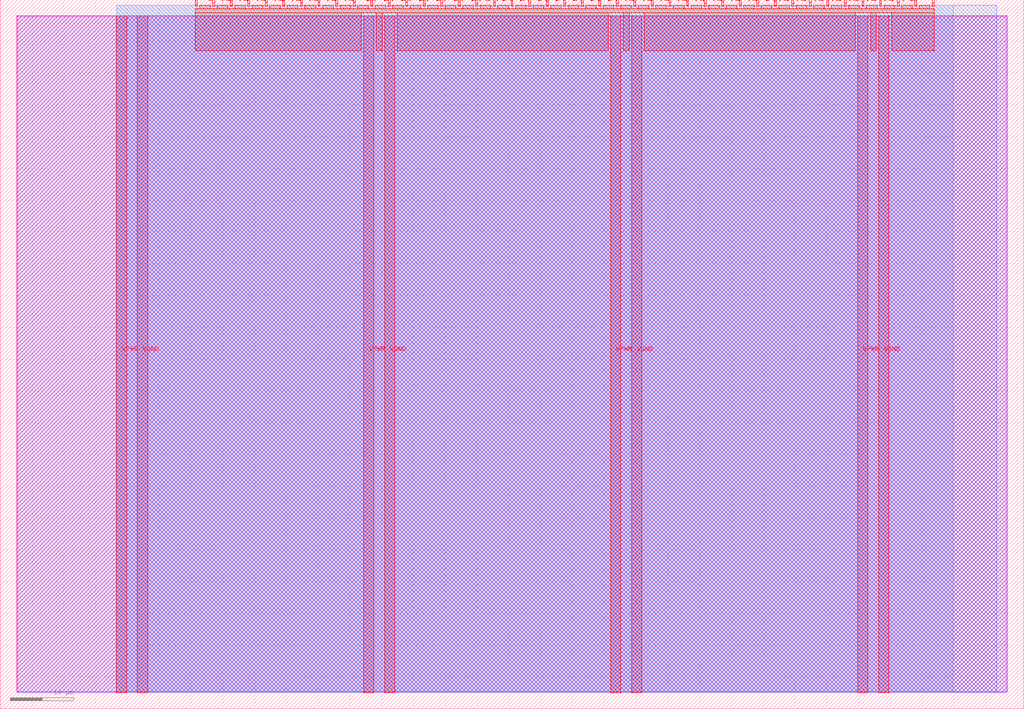
<source format=lef>
VERSION 5.7 ;
  NOWIREEXTENSIONATPIN ON ;
  DIVIDERCHAR "/" ;
  BUSBITCHARS "[]" ;
MACRO tt_um_serdes
  CLASS BLOCK ;
  FOREIGN tt_um_serdes ;
  ORIGIN 0.000 0.000 ;
  SIZE 161.000 BY 111.520 ;
  PIN VGND
    DIRECTION INOUT ;
    USE GROUND ;
    PORT
      LAYER met4 ;
        RECT 21.580 2.480 23.180 109.040 ;
    END
    PORT
      LAYER met4 ;
        RECT 60.450 2.480 62.050 109.040 ;
    END
    PORT
      LAYER met4 ;
        RECT 99.320 2.480 100.920 109.040 ;
    END
    PORT
      LAYER met4 ;
        RECT 138.190 2.480 139.790 109.040 ;
    END
  END VGND
  PIN VPWR
    DIRECTION INOUT ;
    USE POWER ;
    PORT
      LAYER met4 ;
        RECT 18.280 2.480 19.880 109.040 ;
    END
    PORT
      LAYER met4 ;
        RECT 57.150 2.480 58.750 109.040 ;
    END
    PORT
      LAYER met4 ;
        RECT 96.020 2.480 97.620 109.040 ;
    END
    PORT
      LAYER met4 ;
        RECT 134.890 2.480 136.490 109.040 ;
    END
  END VPWR
  PIN clk
    DIRECTION INPUT ;
    USE SIGNAL ;
    ANTENNAGATEAREA 0.852000 ;
    PORT
      LAYER met4 ;
        RECT 143.830 110.520 144.130 111.520 ;
    END
  END clk
  PIN ena
    DIRECTION INPUT ;
    USE SIGNAL ;
    ANTENNAGATEAREA 0.159000 ;
    PORT
      LAYER met4 ;
        RECT 146.590 110.520 146.890 111.520 ;
    END
  END ena
  PIN rst_n
    DIRECTION INPUT ;
    USE SIGNAL ;
    ANTENNAGATEAREA 0.196500 ;
    PORT
      LAYER met4 ;
        RECT 141.070 110.520 141.370 111.520 ;
    END
  END rst_n
  PIN ui_in[0]
    DIRECTION INPUT ;
    USE SIGNAL ;
    ANTENNAGATEAREA 0.196500 ;
    PORT
      LAYER met4 ;
        RECT 138.310 110.520 138.610 111.520 ;
    END
  END ui_in[0]
  PIN ui_in[1]
    DIRECTION INPUT ;
    USE SIGNAL ;
    PORT
      LAYER met4 ;
        RECT 135.550 110.520 135.850 111.520 ;
    END
  END ui_in[1]
  PIN ui_in[2]
    DIRECTION INPUT ;
    USE SIGNAL ;
    PORT
      LAYER met4 ;
        RECT 132.790 110.520 133.090 111.520 ;
    END
  END ui_in[2]
  PIN ui_in[3]
    DIRECTION INPUT ;
    USE SIGNAL ;
    PORT
      LAYER met4 ;
        RECT 130.030 110.520 130.330 111.520 ;
    END
  END ui_in[3]
  PIN ui_in[4]
    DIRECTION INPUT ;
    USE SIGNAL ;
    PORT
      LAYER met4 ;
        RECT 127.270 110.520 127.570 111.520 ;
    END
  END ui_in[4]
  PIN ui_in[5]
    DIRECTION INPUT ;
    USE SIGNAL ;
    PORT
      LAYER met4 ;
        RECT 124.510 110.520 124.810 111.520 ;
    END
  END ui_in[5]
  PIN ui_in[6]
    DIRECTION INPUT ;
    USE SIGNAL ;
    PORT
      LAYER met4 ;
        RECT 121.750 110.520 122.050 111.520 ;
    END
  END ui_in[6]
  PIN ui_in[7]
    DIRECTION INPUT ;
    USE SIGNAL ;
    PORT
      LAYER met4 ;
        RECT 118.990 110.520 119.290 111.520 ;
    END
  END ui_in[7]
  PIN uio_in[0]
    DIRECTION INPUT ;
    USE SIGNAL ;
    PORT
      LAYER met4 ;
        RECT 116.230 110.520 116.530 111.520 ;
    END
  END uio_in[0]
  PIN uio_in[1]
    DIRECTION INPUT ;
    USE SIGNAL ;
    PORT
      LAYER met4 ;
        RECT 113.470 110.520 113.770 111.520 ;
    END
  END uio_in[1]
  PIN uio_in[2]
    DIRECTION INPUT ;
    USE SIGNAL ;
    PORT
      LAYER met4 ;
        RECT 110.710 110.520 111.010 111.520 ;
    END
  END uio_in[2]
  PIN uio_in[3]
    DIRECTION INPUT ;
    USE SIGNAL ;
    PORT
      LAYER met4 ;
        RECT 107.950 110.520 108.250 111.520 ;
    END
  END uio_in[3]
  PIN uio_in[4]
    DIRECTION INPUT ;
    USE SIGNAL ;
    PORT
      LAYER met4 ;
        RECT 105.190 110.520 105.490 111.520 ;
    END
  END uio_in[4]
  PIN uio_in[5]
    DIRECTION INPUT ;
    USE SIGNAL ;
    PORT
      LAYER met4 ;
        RECT 102.430 110.520 102.730 111.520 ;
    END
  END uio_in[5]
  PIN uio_in[6]
    DIRECTION INPUT ;
    USE SIGNAL ;
    PORT
      LAYER met4 ;
        RECT 99.670 110.520 99.970 111.520 ;
    END
  END uio_in[6]
  PIN uio_in[7]
    DIRECTION INPUT ;
    USE SIGNAL ;
    PORT
      LAYER met4 ;
        RECT 96.910 110.520 97.210 111.520 ;
    END
  END uio_in[7]
  PIN uio_oe[0]
    DIRECTION OUTPUT ;
    USE SIGNAL ;
    PORT
      LAYER met4 ;
        RECT 49.990 110.520 50.290 111.520 ;
    END
  END uio_oe[0]
  PIN uio_oe[1]
    DIRECTION OUTPUT ;
    USE SIGNAL ;
    PORT
      LAYER met4 ;
        RECT 47.230 110.520 47.530 111.520 ;
    END
  END uio_oe[1]
  PIN uio_oe[2]
    DIRECTION OUTPUT ;
    USE SIGNAL ;
    PORT
      LAYER met4 ;
        RECT 44.470 110.520 44.770 111.520 ;
    END
  END uio_oe[2]
  PIN uio_oe[3]
    DIRECTION OUTPUT ;
    USE SIGNAL ;
    PORT
      LAYER met4 ;
        RECT 41.710 110.520 42.010 111.520 ;
    END
  END uio_oe[3]
  PIN uio_oe[4]
    DIRECTION OUTPUT ;
    USE SIGNAL ;
    PORT
      LAYER met4 ;
        RECT 38.950 110.520 39.250 111.520 ;
    END
  END uio_oe[4]
  PIN uio_oe[5]
    DIRECTION OUTPUT ;
    USE SIGNAL ;
    PORT
      LAYER met4 ;
        RECT 36.190 110.520 36.490 111.520 ;
    END
  END uio_oe[5]
  PIN uio_oe[6]
    DIRECTION OUTPUT ;
    USE SIGNAL ;
    PORT
      LAYER met4 ;
        RECT 33.430 110.520 33.730 111.520 ;
    END
  END uio_oe[6]
  PIN uio_oe[7]
    DIRECTION OUTPUT ;
    USE SIGNAL ;
    PORT
      LAYER met4 ;
        RECT 30.670 110.520 30.970 111.520 ;
    END
  END uio_oe[7]
  PIN uio_out[0]
    DIRECTION OUTPUT ;
    USE SIGNAL ;
    PORT
      LAYER met4 ;
        RECT 72.070 110.520 72.370 111.520 ;
    END
  END uio_out[0]
  PIN uio_out[1]
    DIRECTION OUTPUT ;
    USE SIGNAL ;
    PORT
      LAYER met4 ;
        RECT 69.310 110.520 69.610 111.520 ;
    END
  END uio_out[1]
  PIN uio_out[2]
    DIRECTION OUTPUT ;
    USE SIGNAL ;
    PORT
      LAYER met4 ;
        RECT 66.550 110.520 66.850 111.520 ;
    END
  END uio_out[2]
  PIN uio_out[3]
    DIRECTION OUTPUT ;
    USE SIGNAL ;
    PORT
      LAYER met4 ;
        RECT 63.790 110.520 64.090 111.520 ;
    END
  END uio_out[3]
  PIN uio_out[4]
    DIRECTION OUTPUT ;
    USE SIGNAL ;
    PORT
      LAYER met4 ;
        RECT 61.030 110.520 61.330 111.520 ;
    END
  END uio_out[4]
  PIN uio_out[5]
    DIRECTION OUTPUT ;
    USE SIGNAL ;
    PORT
      LAYER met4 ;
        RECT 58.270 110.520 58.570 111.520 ;
    END
  END uio_out[5]
  PIN uio_out[6]
    DIRECTION OUTPUT ;
    USE SIGNAL ;
    PORT
      LAYER met4 ;
        RECT 55.510 110.520 55.810 111.520 ;
    END
  END uio_out[6]
  PIN uio_out[7]
    DIRECTION OUTPUT ;
    USE SIGNAL ;
    PORT
      LAYER met4 ;
        RECT 52.750 110.520 53.050 111.520 ;
    END
  END uio_out[7]
  PIN uo_out[0]
    DIRECTION OUTPUT ;
    USE SIGNAL ;
    ANTENNAGATEAREA 0.126000 ;
    ANTENNADIFFAREA 0.891000 ;
    PORT
      LAYER met4 ;
        RECT 94.150 110.520 94.450 111.520 ;
    END
  END uo_out[0]
  PIN uo_out[1]
    DIRECTION OUTPUT ;
    USE SIGNAL ;
    ANTENNADIFFAREA 0.891000 ;
    PORT
      LAYER met4 ;
        RECT 91.390 110.520 91.690 111.520 ;
    END
  END uo_out[1]
  PIN uo_out[2]
    DIRECTION OUTPUT ;
    USE SIGNAL ;
    PORT
      LAYER met4 ;
        RECT 88.630 110.520 88.930 111.520 ;
    END
  END uo_out[2]
  PIN uo_out[3]
    DIRECTION OUTPUT ;
    USE SIGNAL ;
    PORT
      LAYER met4 ;
        RECT 85.870 110.520 86.170 111.520 ;
    END
  END uo_out[3]
  PIN uo_out[4]
    DIRECTION OUTPUT ;
    USE SIGNAL ;
    PORT
      LAYER met4 ;
        RECT 83.110 110.520 83.410 111.520 ;
    END
  END uo_out[4]
  PIN uo_out[5]
    DIRECTION OUTPUT ;
    USE SIGNAL ;
    PORT
      LAYER met4 ;
        RECT 80.350 110.520 80.650 111.520 ;
    END
  END uo_out[5]
  PIN uo_out[6]
    DIRECTION OUTPUT ;
    USE SIGNAL ;
    PORT
      LAYER met4 ;
        RECT 77.590 110.520 77.890 111.520 ;
    END
  END uo_out[6]
  PIN uo_out[7]
    DIRECTION OUTPUT ;
    USE SIGNAL ;
    PORT
      LAYER met4 ;
        RECT 74.830 110.520 75.130 111.520 ;
    END
  END uo_out[7]
  OBS
      LAYER nwell ;
        RECT 2.570 2.635 158.430 108.990 ;
      LAYER li1 ;
        RECT 2.760 2.635 158.240 108.885 ;
      LAYER met1 ;
        RECT 2.760 2.480 158.240 109.040 ;
      LAYER met2 ;
        RECT 18.310 2.535 156.760 110.685 ;
      LAYER met3 ;
        RECT 18.290 2.555 149.895 110.665 ;
      LAYER met4 ;
        RECT 31.370 110.120 33.030 110.665 ;
        RECT 34.130 110.120 35.790 110.665 ;
        RECT 36.890 110.120 38.550 110.665 ;
        RECT 39.650 110.120 41.310 110.665 ;
        RECT 42.410 110.120 44.070 110.665 ;
        RECT 45.170 110.120 46.830 110.665 ;
        RECT 47.930 110.120 49.590 110.665 ;
        RECT 50.690 110.120 52.350 110.665 ;
        RECT 53.450 110.120 55.110 110.665 ;
        RECT 56.210 110.120 57.870 110.665 ;
        RECT 58.970 110.120 60.630 110.665 ;
        RECT 61.730 110.120 63.390 110.665 ;
        RECT 64.490 110.120 66.150 110.665 ;
        RECT 67.250 110.120 68.910 110.665 ;
        RECT 70.010 110.120 71.670 110.665 ;
        RECT 72.770 110.120 74.430 110.665 ;
        RECT 75.530 110.120 77.190 110.665 ;
        RECT 78.290 110.120 79.950 110.665 ;
        RECT 81.050 110.120 82.710 110.665 ;
        RECT 83.810 110.120 85.470 110.665 ;
        RECT 86.570 110.120 88.230 110.665 ;
        RECT 89.330 110.120 90.990 110.665 ;
        RECT 92.090 110.120 93.750 110.665 ;
        RECT 94.850 110.120 96.510 110.665 ;
        RECT 97.610 110.120 99.270 110.665 ;
        RECT 100.370 110.120 102.030 110.665 ;
        RECT 103.130 110.120 104.790 110.665 ;
        RECT 105.890 110.120 107.550 110.665 ;
        RECT 108.650 110.120 110.310 110.665 ;
        RECT 111.410 110.120 113.070 110.665 ;
        RECT 114.170 110.120 115.830 110.665 ;
        RECT 116.930 110.120 118.590 110.665 ;
        RECT 119.690 110.120 121.350 110.665 ;
        RECT 122.450 110.120 124.110 110.665 ;
        RECT 125.210 110.120 126.870 110.665 ;
        RECT 127.970 110.120 129.630 110.665 ;
        RECT 130.730 110.120 132.390 110.665 ;
        RECT 133.490 110.120 135.150 110.665 ;
        RECT 136.250 110.120 137.910 110.665 ;
        RECT 139.010 110.120 140.670 110.665 ;
        RECT 141.770 110.120 143.430 110.665 ;
        RECT 144.530 110.120 146.190 110.665 ;
        RECT 30.655 109.440 146.905 110.120 ;
        RECT 30.655 103.535 56.750 109.440 ;
        RECT 59.150 103.535 60.050 109.440 ;
        RECT 62.450 103.535 95.620 109.440 ;
        RECT 98.020 103.535 98.920 109.440 ;
        RECT 101.320 103.535 134.490 109.440 ;
        RECT 136.890 103.535 137.790 109.440 ;
        RECT 140.190 103.535 146.905 109.440 ;
  END
END tt_um_serdes
END LIBRARY


</source>
